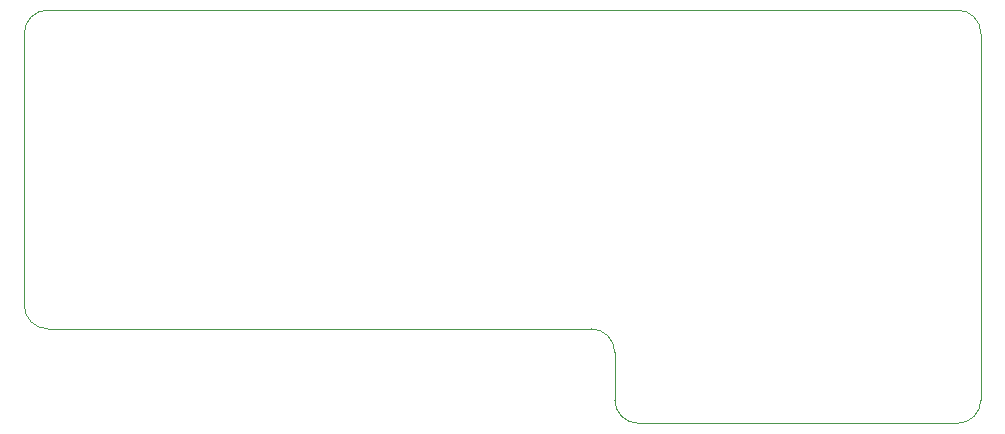
<source format=gm1>
%TF.GenerationSoftware,KiCad,Pcbnew,5.1.9+dfsg1-1+deb11u1*%
%TF.CreationDate,2025-10-17T13:47:22+02:00*%
%TF.ProjectId,VERA-XE-HDMI-Expansion,56455241-2d58-4452-9d48-444d492d4578,rev?*%
%TF.SameCoordinates,Original*%
%TF.FileFunction,Profile,NP*%
%FSLAX46Y46*%
G04 Gerber Fmt 4.6, Leading zero omitted, Abs format (unit mm)*
G04 Created by KiCad (PCBNEW 5.1.9+dfsg1-1+deb11u1) date 2025-10-17 13:47:22*
%MOMM*%
%LPD*%
G01*
G04 APERTURE LIST*
%TA.AperFunction,Profile*%
%ADD10C,0.050000*%
%TD*%
G04 APERTURE END LIST*
D10*
X218000000Y-57000000D02*
G75*
G02*
X216000000Y-55000000I0J2000000D01*
G01*
X214000000Y-49000000D02*
G75*
G02*
X216000000Y-51000000I0J-2000000D01*
G01*
X168000000Y-49000000D02*
G75*
G02*
X166000000Y-47000000I0J2000000D01*
G01*
X247000000Y-55000000D02*
G75*
G02*
X245000000Y-57000000I-2000000J0D01*
G01*
X245000000Y-22000000D02*
G75*
G02*
X247000000Y-24000000I0J-2000000D01*
G01*
X166000000Y-24000000D02*
G75*
G02*
X168000000Y-22000000I2000000J0D01*
G01*
X216000000Y-51000000D02*
X216000000Y-55000000D01*
X168000000Y-49000000D02*
X214000000Y-49000000D01*
X166000000Y-24000000D02*
X166000000Y-47000000D01*
X245000000Y-22000000D02*
X168000000Y-22000000D01*
X247000000Y-55000000D02*
X247000000Y-24000000D01*
X218000000Y-57000000D02*
X245000000Y-57000000D01*
M02*

</source>
